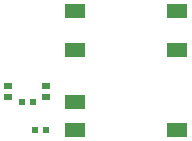
<source format=gbp>
G04*
G04 #@! TF.GenerationSoftware,Altium Limited,Altium Designer,19.1.5 (86)*
G04*
G04 Layer_Color=128*
%FSAX25Y25*%
%MOIN*%
G70*
G01*
G75*
%ADD14R,0.02244X0.02441*%
%ADD15R,0.02520X0.02362*%
%ADD16R,0.07087X0.05118*%
D14*
X0452598Y0294429D02*
D03*
X0456299D02*
D03*
X0448071Y0303878D02*
D03*
X0451772D02*
D03*
D15*
X0456220Y0309114D02*
D03*
Y0305335D02*
D03*
X0443622Y0309114D02*
D03*
Y0305335D02*
D03*
D16*
X0465866Y0294429D02*
D03*
Y0303878D02*
D03*
Y0321201D02*
D03*
Y0334193D02*
D03*
X0499724Y0294429D02*
D03*
Y0334193D02*
D03*
Y0321201D02*
D03*
M02*

</source>
